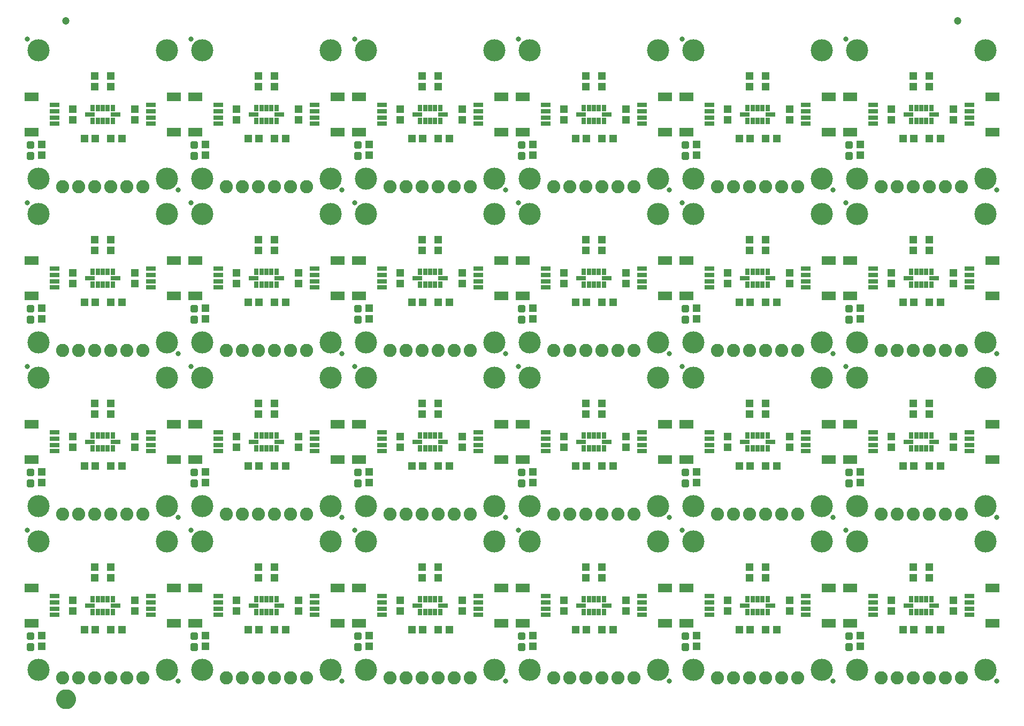
<source format=gts>
G04 EAGLE Gerber RS-274X export*
G75*
%MOMM*%
%FSLAX34Y34*%
%LPD*%
%INSoldermask Top*%
%IPPOS*%
%AMOC8*
5,1,8,0,0,1.08239X$1,22.5*%
G01*
%ADD10C,3.505200*%
%ADD11C,0.838200*%
%ADD12R,1.203200X1.303200*%
%ADD13R,2.203200X1.403200*%
%ADD14R,1.553200X0.803200*%
%ADD15R,1.303200X1.203200*%
%ADD16C,0.505344*%
%ADD17R,0.703200X1.103200*%
%ADD18R,1.603200X0.703200*%
%ADD19C,2.082800*%
%ADD20C,1.203200*%
%ADD21C,1.270000*%
%ADD22C,1.703200*%


D10*
X25400Y228600D03*
X228600Y228600D03*
D11*
X246380Y7620D03*
X7620Y246380D03*
D12*
X114300Y170570D03*
X114300Y187570D03*
X139700Y170570D03*
X139700Y187570D03*
D13*
X14050Y155000D03*
X14050Y99000D03*
D14*
X50800Y142000D03*
X50800Y132000D03*
X50800Y122000D03*
X50800Y112000D03*
D12*
X177800Y135500D03*
X177800Y118500D03*
D13*
X239950Y99000D03*
X239950Y155000D03*
D14*
X203200Y112000D03*
X203200Y122000D03*
X203200Y132000D03*
X203200Y142000D03*
D12*
X80010Y118500D03*
X80010Y135500D03*
D15*
X98180Y88900D03*
X115180Y88900D03*
X140090Y88900D03*
X157090Y88900D03*
D12*
X30480Y62620D03*
X30480Y79620D03*
D16*
X16190Y75130D02*
X9210Y75130D01*
X9210Y82110D01*
X16190Y82110D01*
X16190Y75130D01*
X16190Y79930D02*
X9210Y79930D01*
X9210Y57590D02*
X16190Y57590D01*
X9210Y57590D02*
X9210Y64570D01*
X16190Y64570D01*
X16190Y57590D01*
X16190Y62390D02*
X9210Y62390D01*
D17*
X143000Y117000D03*
X135000Y117000D03*
X127000Y117000D03*
X119000Y117000D03*
X111000Y117000D03*
D18*
X106500Y127000D03*
D17*
X111000Y137000D03*
X119000Y137000D03*
X127000Y137000D03*
X135000Y137000D03*
X143000Y137000D03*
D18*
X147500Y127000D03*
D19*
X63500Y12700D03*
X88900Y12700D03*
X114300Y12700D03*
X139700Y12700D03*
X165100Y12700D03*
X190500Y12700D03*
D10*
X25400Y25400D03*
X228600Y25400D03*
X284480Y228600D03*
X487680Y228600D03*
D11*
X505460Y7620D03*
X266700Y246380D03*
D12*
X373380Y170570D03*
X373380Y187570D03*
X398780Y170570D03*
X398780Y187570D03*
D13*
X273130Y155000D03*
X273130Y99000D03*
D14*
X309880Y142000D03*
X309880Y132000D03*
X309880Y122000D03*
X309880Y112000D03*
D12*
X436880Y135500D03*
X436880Y118500D03*
D13*
X499030Y99000D03*
X499030Y155000D03*
D14*
X462280Y112000D03*
X462280Y122000D03*
X462280Y132000D03*
X462280Y142000D03*
D12*
X339090Y118500D03*
X339090Y135500D03*
D15*
X357260Y88900D03*
X374260Y88900D03*
X399170Y88900D03*
X416170Y88900D03*
D12*
X289560Y62620D03*
X289560Y79620D03*
D16*
X275270Y75130D02*
X268290Y75130D01*
X268290Y82110D01*
X275270Y82110D01*
X275270Y75130D01*
X275270Y79930D02*
X268290Y79930D01*
X268290Y57590D02*
X275270Y57590D01*
X268290Y57590D02*
X268290Y64570D01*
X275270Y64570D01*
X275270Y57590D01*
X275270Y62390D02*
X268290Y62390D01*
D17*
X402080Y117000D03*
X394080Y117000D03*
X386080Y117000D03*
X378080Y117000D03*
X370080Y117000D03*
D18*
X365580Y127000D03*
D17*
X370080Y137000D03*
X378080Y137000D03*
X386080Y137000D03*
X394080Y137000D03*
X402080Y137000D03*
D18*
X406580Y127000D03*
D19*
X322580Y12700D03*
X347980Y12700D03*
X373380Y12700D03*
X398780Y12700D03*
X424180Y12700D03*
X449580Y12700D03*
D10*
X284480Y25400D03*
X487680Y25400D03*
X543560Y228600D03*
X746760Y228600D03*
D11*
X764540Y7620D03*
X525780Y246380D03*
D12*
X632460Y170570D03*
X632460Y187570D03*
X657860Y170570D03*
X657860Y187570D03*
D13*
X532210Y155000D03*
X532210Y99000D03*
D14*
X568960Y142000D03*
X568960Y132000D03*
X568960Y122000D03*
X568960Y112000D03*
D12*
X695960Y135500D03*
X695960Y118500D03*
D13*
X758110Y99000D03*
X758110Y155000D03*
D14*
X721360Y112000D03*
X721360Y122000D03*
X721360Y132000D03*
X721360Y142000D03*
D12*
X598170Y118500D03*
X598170Y135500D03*
D15*
X616340Y88900D03*
X633340Y88900D03*
X658250Y88900D03*
X675250Y88900D03*
D12*
X548640Y62620D03*
X548640Y79620D03*
D16*
X534350Y75130D02*
X527370Y75130D01*
X527370Y82110D01*
X534350Y82110D01*
X534350Y75130D01*
X534350Y79930D02*
X527370Y79930D01*
X527370Y57590D02*
X534350Y57590D01*
X527370Y57590D02*
X527370Y64570D01*
X534350Y64570D01*
X534350Y57590D01*
X534350Y62390D02*
X527370Y62390D01*
D17*
X661160Y117000D03*
X653160Y117000D03*
X645160Y117000D03*
X637160Y117000D03*
X629160Y117000D03*
D18*
X624660Y127000D03*
D17*
X629160Y137000D03*
X637160Y137000D03*
X645160Y137000D03*
X653160Y137000D03*
X661160Y137000D03*
D18*
X665660Y127000D03*
D19*
X581660Y12700D03*
X607060Y12700D03*
X632460Y12700D03*
X657860Y12700D03*
X683260Y12700D03*
X708660Y12700D03*
D10*
X543560Y25400D03*
X746760Y25400D03*
X802640Y228600D03*
X1005840Y228600D03*
D11*
X1023620Y7620D03*
X784860Y246380D03*
D12*
X891540Y170570D03*
X891540Y187570D03*
X916940Y170570D03*
X916940Y187570D03*
D13*
X791290Y155000D03*
X791290Y99000D03*
D14*
X828040Y142000D03*
X828040Y132000D03*
X828040Y122000D03*
X828040Y112000D03*
D12*
X955040Y135500D03*
X955040Y118500D03*
D13*
X1017190Y99000D03*
X1017190Y155000D03*
D14*
X980440Y112000D03*
X980440Y122000D03*
X980440Y132000D03*
X980440Y142000D03*
D12*
X857250Y118500D03*
X857250Y135500D03*
D15*
X875420Y88900D03*
X892420Y88900D03*
X917330Y88900D03*
X934330Y88900D03*
D12*
X807720Y62620D03*
X807720Y79620D03*
D16*
X793430Y75130D02*
X786450Y75130D01*
X786450Y82110D01*
X793430Y82110D01*
X793430Y75130D01*
X793430Y79930D02*
X786450Y79930D01*
X786450Y57590D02*
X793430Y57590D01*
X786450Y57590D02*
X786450Y64570D01*
X793430Y64570D01*
X793430Y57590D01*
X793430Y62390D02*
X786450Y62390D01*
D17*
X920240Y117000D03*
X912240Y117000D03*
X904240Y117000D03*
X896240Y117000D03*
X888240Y117000D03*
D18*
X883740Y127000D03*
D17*
X888240Y137000D03*
X896240Y137000D03*
X904240Y137000D03*
X912240Y137000D03*
X920240Y137000D03*
D18*
X924740Y127000D03*
D19*
X840740Y12700D03*
X866140Y12700D03*
X891540Y12700D03*
X916940Y12700D03*
X942340Y12700D03*
X967740Y12700D03*
D10*
X802640Y25400D03*
X1005840Y25400D03*
X1061720Y228600D03*
X1264920Y228600D03*
D11*
X1282700Y7620D03*
X1043940Y246380D03*
D12*
X1150620Y170570D03*
X1150620Y187570D03*
X1176020Y170570D03*
X1176020Y187570D03*
D13*
X1050370Y155000D03*
X1050370Y99000D03*
D14*
X1087120Y142000D03*
X1087120Y132000D03*
X1087120Y122000D03*
X1087120Y112000D03*
D12*
X1214120Y135500D03*
X1214120Y118500D03*
D13*
X1276270Y99000D03*
X1276270Y155000D03*
D14*
X1239520Y112000D03*
X1239520Y122000D03*
X1239520Y132000D03*
X1239520Y142000D03*
D12*
X1116330Y118500D03*
X1116330Y135500D03*
D15*
X1134500Y88900D03*
X1151500Y88900D03*
X1176410Y88900D03*
X1193410Y88900D03*
D12*
X1066800Y62620D03*
X1066800Y79620D03*
D16*
X1052510Y75130D02*
X1045530Y75130D01*
X1045530Y82110D01*
X1052510Y82110D01*
X1052510Y75130D01*
X1052510Y79930D02*
X1045530Y79930D01*
X1045530Y57590D02*
X1052510Y57590D01*
X1045530Y57590D02*
X1045530Y64570D01*
X1052510Y64570D01*
X1052510Y57590D01*
X1052510Y62390D02*
X1045530Y62390D01*
D17*
X1179320Y117000D03*
X1171320Y117000D03*
X1163320Y117000D03*
X1155320Y117000D03*
X1147320Y117000D03*
D18*
X1142820Y127000D03*
D17*
X1147320Y137000D03*
X1155320Y137000D03*
X1163320Y137000D03*
X1171320Y137000D03*
X1179320Y137000D03*
D18*
X1183820Y127000D03*
D19*
X1099820Y12700D03*
X1125220Y12700D03*
X1150620Y12700D03*
X1176020Y12700D03*
X1201420Y12700D03*
X1226820Y12700D03*
D10*
X1061720Y25400D03*
X1264920Y25400D03*
X1320800Y228600D03*
X1524000Y228600D03*
D11*
X1541780Y7620D03*
X1303020Y246380D03*
D12*
X1409700Y170570D03*
X1409700Y187570D03*
X1435100Y170570D03*
X1435100Y187570D03*
D13*
X1309450Y155000D03*
X1309450Y99000D03*
D14*
X1346200Y142000D03*
X1346200Y132000D03*
X1346200Y122000D03*
X1346200Y112000D03*
D12*
X1473200Y135500D03*
X1473200Y118500D03*
D13*
X1535350Y99000D03*
X1535350Y155000D03*
D14*
X1498600Y112000D03*
X1498600Y122000D03*
X1498600Y132000D03*
X1498600Y142000D03*
D12*
X1375410Y118500D03*
X1375410Y135500D03*
D15*
X1393580Y88900D03*
X1410580Y88900D03*
X1435490Y88900D03*
X1452490Y88900D03*
D12*
X1325880Y62620D03*
X1325880Y79620D03*
D16*
X1311590Y75130D02*
X1304610Y75130D01*
X1304610Y82110D01*
X1311590Y82110D01*
X1311590Y75130D01*
X1311590Y79930D02*
X1304610Y79930D01*
X1304610Y57590D02*
X1311590Y57590D01*
X1304610Y57590D02*
X1304610Y64570D01*
X1311590Y64570D01*
X1311590Y57590D01*
X1311590Y62390D02*
X1304610Y62390D01*
D17*
X1438400Y117000D03*
X1430400Y117000D03*
X1422400Y117000D03*
X1414400Y117000D03*
X1406400Y117000D03*
D18*
X1401900Y127000D03*
D17*
X1406400Y137000D03*
X1414400Y137000D03*
X1422400Y137000D03*
X1430400Y137000D03*
X1438400Y137000D03*
D18*
X1442900Y127000D03*
D19*
X1358900Y12700D03*
X1384300Y12700D03*
X1409700Y12700D03*
X1435100Y12700D03*
X1460500Y12700D03*
X1485900Y12700D03*
D10*
X1320800Y25400D03*
X1524000Y25400D03*
X25400Y487680D03*
X228600Y487680D03*
D11*
X246380Y266700D03*
X7620Y505460D03*
D12*
X114300Y429650D03*
X114300Y446650D03*
X139700Y429650D03*
X139700Y446650D03*
D13*
X14050Y414080D03*
X14050Y358080D03*
D14*
X50800Y401080D03*
X50800Y391080D03*
X50800Y381080D03*
X50800Y371080D03*
D12*
X177800Y394580D03*
X177800Y377580D03*
D13*
X239950Y358080D03*
X239950Y414080D03*
D14*
X203200Y371080D03*
X203200Y381080D03*
X203200Y391080D03*
X203200Y401080D03*
D12*
X80010Y377580D03*
X80010Y394580D03*
D15*
X98180Y347980D03*
X115180Y347980D03*
X140090Y347980D03*
X157090Y347980D03*
D12*
X30480Y321700D03*
X30480Y338700D03*
D16*
X16190Y334210D02*
X9210Y334210D01*
X9210Y341190D01*
X16190Y341190D01*
X16190Y334210D01*
X16190Y339010D02*
X9210Y339010D01*
X9210Y316670D02*
X16190Y316670D01*
X9210Y316670D02*
X9210Y323650D01*
X16190Y323650D01*
X16190Y316670D01*
X16190Y321470D02*
X9210Y321470D01*
D17*
X143000Y376080D03*
X135000Y376080D03*
X127000Y376080D03*
X119000Y376080D03*
X111000Y376080D03*
D18*
X106500Y386080D03*
D17*
X111000Y396080D03*
X119000Y396080D03*
X127000Y396080D03*
X135000Y396080D03*
X143000Y396080D03*
D18*
X147500Y386080D03*
D19*
X63500Y271780D03*
X88900Y271780D03*
X114300Y271780D03*
X139700Y271780D03*
X165100Y271780D03*
X190500Y271780D03*
D10*
X25400Y284480D03*
X228600Y284480D03*
X284480Y487680D03*
X487680Y487680D03*
D11*
X505460Y266700D03*
X266700Y505460D03*
D12*
X373380Y429650D03*
X373380Y446650D03*
X398780Y429650D03*
X398780Y446650D03*
D13*
X273130Y414080D03*
X273130Y358080D03*
D14*
X309880Y401080D03*
X309880Y391080D03*
X309880Y381080D03*
X309880Y371080D03*
D12*
X436880Y394580D03*
X436880Y377580D03*
D13*
X499030Y358080D03*
X499030Y414080D03*
D14*
X462280Y371080D03*
X462280Y381080D03*
X462280Y391080D03*
X462280Y401080D03*
D12*
X339090Y377580D03*
X339090Y394580D03*
D15*
X357260Y347980D03*
X374260Y347980D03*
X399170Y347980D03*
X416170Y347980D03*
D12*
X289560Y321700D03*
X289560Y338700D03*
D16*
X275270Y334210D02*
X268290Y334210D01*
X268290Y341190D01*
X275270Y341190D01*
X275270Y334210D01*
X275270Y339010D02*
X268290Y339010D01*
X268290Y316670D02*
X275270Y316670D01*
X268290Y316670D02*
X268290Y323650D01*
X275270Y323650D01*
X275270Y316670D01*
X275270Y321470D02*
X268290Y321470D01*
D17*
X402080Y376080D03*
X394080Y376080D03*
X386080Y376080D03*
X378080Y376080D03*
X370080Y376080D03*
D18*
X365580Y386080D03*
D17*
X370080Y396080D03*
X378080Y396080D03*
X386080Y396080D03*
X394080Y396080D03*
X402080Y396080D03*
D18*
X406580Y386080D03*
D19*
X322580Y271780D03*
X347980Y271780D03*
X373380Y271780D03*
X398780Y271780D03*
X424180Y271780D03*
X449580Y271780D03*
D10*
X284480Y284480D03*
X487680Y284480D03*
X543560Y487680D03*
X746760Y487680D03*
D11*
X764540Y266700D03*
X525780Y505460D03*
D12*
X632460Y429650D03*
X632460Y446650D03*
X657860Y429650D03*
X657860Y446650D03*
D13*
X532210Y414080D03*
X532210Y358080D03*
D14*
X568960Y401080D03*
X568960Y391080D03*
X568960Y381080D03*
X568960Y371080D03*
D12*
X695960Y394580D03*
X695960Y377580D03*
D13*
X758110Y358080D03*
X758110Y414080D03*
D14*
X721360Y371080D03*
X721360Y381080D03*
X721360Y391080D03*
X721360Y401080D03*
D12*
X598170Y377580D03*
X598170Y394580D03*
D15*
X616340Y347980D03*
X633340Y347980D03*
X658250Y347980D03*
X675250Y347980D03*
D12*
X548640Y321700D03*
X548640Y338700D03*
D16*
X534350Y334210D02*
X527370Y334210D01*
X527370Y341190D01*
X534350Y341190D01*
X534350Y334210D01*
X534350Y339010D02*
X527370Y339010D01*
X527370Y316670D02*
X534350Y316670D01*
X527370Y316670D02*
X527370Y323650D01*
X534350Y323650D01*
X534350Y316670D01*
X534350Y321470D02*
X527370Y321470D01*
D17*
X661160Y376080D03*
X653160Y376080D03*
X645160Y376080D03*
X637160Y376080D03*
X629160Y376080D03*
D18*
X624660Y386080D03*
D17*
X629160Y396080D03*
X637160Y396080D03*
X645160Y396080D03*
X653160Y396080D03*
X661160Y396080D03*
D18*
X665660Y386080D03*
D19*
X581660Y271780D03*
X607060Y271780D03*
X632460Y271780D03*
X657860Y271780D03*
X683260Y271780D03*
X708660Y271780D03*
D10*
X543560Y284480D03*
X746760Y284480D03*
X802640Y487680D03*
X1005840Y487680D03*
D11*
X1023620Y266700D03*
X784860Y505460D03*
D12*
X891540Y429650D03*
X891540Y446650D03*
X916940Y429650D03*
X916940Y446650D03*
D13*
X791290Y414080D03*
X791290Y358080D03*
D14*
X828040Y401080D03*
X828040Y391080D03*
X828040Y381080D03*
X828040Y371080D03*
D12*
X955040Y394580D03*
X955040Y377580D03*
D13*
X1017190Y358080D03*
X1017190Y414080D03*
D14*
X980440Y371080D03*
X980440Y381080D03*
X980440Y391080D03*
X980440Y401080D03*
D12*
X857250Y377580D03*
X857250Y394580D03*
D15*
X875420Y347980D03*
X892420Y347980D03*
X917330Y347980D03*
X934330Y347980D03*
D12*
X807720Y321700D03*
X807720Y338700D03*
D16*
X793430Y334210D02*
X786450Y334210D01*
X786450Y341190D01*
X793430Y341190D01*
X793430Y334210D01*
X793430Y339010D02*
X786450Y339010D01*
X786450Y316670D02*
X793430Y316670D01*
X786450Y316670D02*
X786450Y323650D01*
X793430Y323650D01*
X793430Y316670D01*
X793430Y321470D02*
X786450Y321470D01*
D17*
X920240Y376080D03*
X912240Y376080D03*
X904240Y376080D03*
X896240Y376080D03*
X888240Y376080D03*
D18*
X883740Y386080D03*
D17*
X888240Y396080D03*
X896240Y396080D03*
X904240Y396080D03*
X912240Y396080D03*
X920240Y396080D03*
D18*
X924740Y386080D03*
D19*
X840740Y271780D03*
X866140Y271780D03*
X891540Y271780D03*
X916940Y271780D03*
X942340Y271780D03*
X967740Y271780D03*
D10*
X802640Y284480D03*
X1005840Y284480D03*
X1061720Y487680D03*
X1264920Y487680D03*
D11*
X1282700Y266700D03*
X1043940Y505460D03*
D12*
X1150620Y429650D03*
X1150620Y446650D03*
X1176020Y429650D03*
X1176020Y446650D03*
D13*
X1050370Y414080D03*
X1050370Y358080D03*
D14*
X1087120Y401080D03*
X1087120Y391080D03*
X1087120Y381080D03*
X1087120Y371080D03*
D12*
X1214120Y394580D03*
X1214120Y377580D03*
D13*
X1276270Y358080D03*
X1276270Y414080D03*
D14*
X1239520Y371080D03*
X1239520Y381080D03*
X1239520Y391080D03*
X1239520Y401080D03*
D12*
X1116330Y377580D03*
X1116330Y394580D03*
D15*
X1134500Y347980D03*
X1151500Y347980D03*
X1176410Y347980D03*
X1193410Y347980D03*
D12*
X1066800Y321700D03*
X1066800Y338700D03*
D16*
X1052510Y334210D02*
X1045530Y334210D01*
X1045530Y341190D01*
X1052510Y341190D01*
X1052510Y334210D01*
X1052510Y339010D02*
X1045530Y339010D01*
X1045530Y316670D02*
X1052510Y316670D01*
X1045530Y316670D02*
X1045530Y323650D01*
X1052510Y323650D01*
X1052510Y316670D01*
X1052510Y321470D02*
X1045530Y321470D01*
D17*
X1179320Y376080D03*
X1171320Y376080D03*
X1163320Y376080D03*
X1155320Y376080D03*
X1147320Y376080D03*
D18*
X1142820Y386080D03*
D17*
X1147320Y396080D03*
X1155320Y396080D03*
X1163320Y396080D03*
X1171320Y396080D03*
X1179320Y396080D03*
D18*
X1183820Y386080D03*
D19*
X1099820Y271780D03*
X1125220Y271780D03*
X1150620Y271780D03*
X1176020Y271780D03*
X1201420Y271780D03*
X1226820Y271780D03*
D10*
X1061720Y284480D03*
X1264920Y284480D03*
X1320800Y487680D03*
X1524000Y487680D03*
D11*
X1541780Y266700D03*
X1303020Y505460D03*
D12*
X1409700Y429650D03*
X1409700Y446650D03*
X1435100Y429650D03*
X1435100Y446650D03*
D13*
X1309450Y414080D03*
X1309450Y358080D03*
D14*
X1346200Y401080D03*
X1346200Y391080D03*
X1346200Y381080D03*
X1346200Y371080D03*
D12*
X1473200Y394580D03*
X1473200Y377580D03*
D13*
X1535350Y358080D03*
X1535350Y414080D03*
D14*
X1498600Y371080D03*
X1498600Y381080D03*
X1498600Y391080D03*
X1498600Y401080D03*
D12*
X1375410Y377580D03*
X1375410Y394580D03*
D15*
X1393580Y347980D03*
X1410580Y347980D03*
X1435490Y347980D03*
X1452490Y347980D03*
D12*
X1325880Y321700D03*
X1325880Y338700D03*
D16*
X1311590Y334210D02*
X1304610Y334210D01*
X1304610Y341190D01*
X1311590Y341190D01*
X1311590Y334210D01*
X1311590Y339010D02*
X1304610Y339010D01*
X1304610Y316670D02*
X1311590Y316670D01*
X1304610Y316670D02*
X1304610Y323650D01*
X1311590Y323650D01*
X1311590Y316670D01*
X1311590Y321470D02*
X1304610Y321470D01*
D17*
X1438400Y376080D03*
X1430400Y376080D03*
X1422400Y376080D03*
X1414400Y376080D03*
X1406400Y376080D03*
D18*
X1401900Y386080D03*
D17*
X1406400Y396080D03*
X1414400Y396080D03*
X1422400Y396080D03*
X1430400Y396080D03*
X1438400Y396080D03*
D18*
X1442900Y386080D03*
D19*
X1358900Y271780D03*
X1384300Y271780D03*
X1409700Y271780D03*
X1435100Y271780D03*
X1460500Y271780D03*
X1485900Y271780D03*
D10*
X1320800Y284480D03*
X1524000Y284480D03*
X25400Y746760D03*
X228600Y746760D03*
D11*
X246380Y525780D03*
X7620Y764540D03*
D12*
X114300Y688730D03*
X114300Y705730D03*
X139700Y688730D03*
X139700Y705730D03*
D13*
X14050Y673160D03*
X14050Y617160D03*
D14*
X50800Y660160D03*
X50800Y650160D03*
X50800Y640160D03*
X50800Y630160D03*
D12*
X177800Y653660D03*
X177800Y636660D03*
D13*
X239950Y617160D03*
X239950Y673160D03*
D14*
X203200Y630160D03*
X203200Y640160D03*
X203200Y650160D03*
X203200Y660160D03*
D12*
X80010Y636660D03*
X80010Y653660D03*
D15*
X98180Y607060D03*
X115180Y607060D03*
X140090Y607060D03*
X157090Y607060D03*
D12*
X30480Y580780D03*
X30480Y597780D03*
D16*
X16190Y593290D02*
X9210Y593290D01*
X9210Y600270D01*
X16190Y600270D01*
X16190Y593290D01*
X16190Y598090D02*
X9210Y598090D01*
X9210Y575750D02*
X16190Y575750D01*
X9210Y575750D02*
X9210Y582730D01*
X16190Y582730D01*
X16190Y575750D01*
X16190Y580550D02*
X9210Y580550D01*
D17*
X143000Y635160D03*
X135000Y635160D03*
X127000Y635160D03*
X119000Y635160D03*
X111000Y635160D03*
D18*
X106500Y645160D03*
D17*
X111000Y655160D03*
X119000Y655160D03*
X127000Y655160D03*
X135000Y655160D03*
X143000Y655160D03*
D18*
X147500Y645160D03*
D19*
X63500Y530860D03*
X88900Y530860D03*
X114300Y530860D03*
X139700Y530860D03*
X165100Y530860D03*
X190500Y530860D03*
D10*
X25400Y543560D03*
X228600Y543560D03*
X284480Y746760D03*
X487680Y746760D03*
D11*
X505460Y525780D03*
X266700Y764540D03*
D12*
X373380Y688730D03*
X373380Y705730D03*
X398780Y688730D03*
X398780Y705730D03*
D13*
X273130Y673160D03*
X273130Y617160D03*
D14*
X309880Y660160D03*
X309880Y650160D03*
X309880Y640160D03*
X309880Y630160D03*
D12*
X436880Y653660D03*
X436880Y636660D03*
D13*
X499030Y617160D03*
X499030Y673160D03*
D14*
X462280Y630160D03*
X462280Y640160D03*
X462280Y650160D03*
X462280Y660160D03*
D12*
X339090Y636660D03*
X339090Y653660D03*
D15*
X357260Y607060D03*
X374260Y607060D03*
X399170Y607060D03*
X416170Y607060D03*
D12*
X289560Y580780D03*
X289560Y597780D03*
D16*
X275270Y593290D02*
X268290Y593290D01*
X268290Y600270D01*
X275270Y600270D01*
X275270Y593290D01*
X275270Y598090D02*
X268290Y598090D01*
X268290Y575750D02*
X275270Y575750D01*
X268290Y575750D02*
X268290Y582730D01*
X275270Y582730D01*
X275270Y575750D01*
X275270Y580550D02*
X268290Y580550D01*
D17*
X402080Y635160D03*
X394080Y635160D03*
X386080Y635160D03*
X378080Y635160D03*
X370080Y635160D03*
D18*
X365580Y645160D03*
D17*
X370080Y655160D03*
X378080Y655160D03*
X386080Y655160D03*
X394080Y655160D03*
X402080Y655160D03*
D18*
X406580Y645160D03*
D19*
X322580Y530860D03*
X347980Y530860D03*
X373380Y530860D03*
X398780Y530860D03*
X424180Y530860D03*
X449580Y530860D03*
D10*
X284480Y543560D03*
X487680Y543560D03*
X543560Y746760D03*
X746760Y746760D03*
D11*
X764540Y525780D03*
X525780Y764540D03*
D12*
X632460Y688730D03*
X632460Y705730D03*
X657860Y688730D03*
X657860Y705730D03*
D13*
X532210Y673160D03*
X532210Y617160D03*
D14*
X568960Y660160D03*
X568960Y650160D03*
X568960Y640160D03*
X568960Y630160D03*
D12*
X695960Y653660D03*
X695960Y636660D03*
D13*
X758110Y617160D03*
X758110Y673160D03*
D14*
X721360Y630160D03*
X721360Y640160D03*
X721360Y650160D03*
X721360Y660160D03*
D12*
X598170Y636660D03*
X598170Y653660D03*
D15*
X616340Y607060D03*
X633340Y607060D03*
X658250Y607060D03*
X675250Y607060D03*
D12*
X548640Y580780D03*
X548640Y597780D03*
D16*
X534350Y593290D02*
X527370Y593290D01*
X527370Y600270D01*
X534350Y600270D01*
X534350Y593290D01*
X534350Y598090D02*
X527370Y598090D01*
X527370Y575750D02*
X534350Y575750D01*
X527370Y575750D02*
X527370Y582730D01*
X534350Y582730D01*
X534350Y575750D01*
X534350Y580550D02*
X527370Y580550D01*
D17*
X661160Y635160D03*
X653160Y635160D03*
X645160Y635160D03*
X637160Y635160D03*
X629160Y635160D03*
D18*
X624660Y645160D03*
D17*
X629160Y655160D03*
X637160Y655160D03*
X645160Y655160D03*
X653160Y655160D03*
X661160Y655160D03*
D18*
X665660Y645160D03*
D19*
X581660Y530860D03*
X607060Y530860D03*
X632460Y530860D03*
X657860Y530860D03*
X683260Y530860D03*
X708660Y530860D03*
D10*
X543560Y543560D03*
X746760Y543560D03*
X802640Y746760D03*
X1005840Y746760D03*
D11*
X1023620Y525780D03*
X784860Y764540D03*
D12*
X891540Y688730D03*
X891540Y705730D03*
X916940Y688730D03*
X916940Y705730D03*
D13*
X791290Y673160D03*
X791290Y617160D03*
D14*
X828040Y660160D03*
X828040Y650160D03*
X828040Y640160D03*
X828040Y630160D03*
D12*
X955040Y653660D03*
X955040Y636660D03*
D13*
X1017190Y617160D03*
X1017190Y673160D03*
D14*
X980440Y630160D03*
X980440Y640160D03*
X980440Y650160D03*
X980440Y660160D03*
D12*
X857250Y636660D03*
X857250Y653660D03*
D15*
X875420Y607060D03*
X892420Y607060D03*
X917330Y607060D03*
X934330Y607060D03*
D12*
X807720Y580780D03*
X807720Y597780D03*
D16*
X793430Y593290D02*
X786450Y593290D01*
X786450Y600270D01*
X793430Y600270D01*
X793430Y593290D01*
X793430Y598090D02*
X786450Y598090D01*
X786450Y575750D02*
X793430Y575750D01*
X786450Y575750D02*
X786450Y582730D01*
X793430Y582730D01*
X793430Y575750D01*
X793430Y580550D02*
X786450Y580550D01*
D17*
X920240Y635160D03*
X912240Y635160D03*
X904240Y635160D03*
X896240Y635160D03*
X888240Y635160D03*
D18*
X883740Y645160D03*
D17*
X888240Y655160D03*
X896240Y655160D03*
X904240Y655160D03*
X912240Y655160D03*
X920240Y655160D03*
D18*
X924740Y645160D03*
D19*
X840740Y530860D03*
X866140Y530860D03*
X891540Y530860D03*
X916940Y530860D03*
X942340Y530860D03*
X967740Y530860D03*
D10*
X802640Y543560D03*
X1005840Y543560D03*
X1061720Y746760D03*
X1264920Y746760D03*
D11*
X1282700Y525780D03*
X1043940Y764540D03*
D12*
X1150620Y688730D03*
X1150620Y705730D03*
X1176020Y688730D03*
X1176020Y705730D03*
D13*
X1050370Y673160D03*
X1050370Y617160D03*
D14*
X1087120Y660160D03*
X1087120Y650160D03*
X1087120Y640160D03*
X1087120Y630160D03*
D12*
X1214120Y653660D03*
X1214120Y636660D03*
D13*
X1276270Y617160D03*
X1276270Y673160D03*
D14*
X1239520Y630160D03*
X1239520Y640160D03*
X1239520Y650160D03*
X1239520Y660160D03*
D12*
X1116330Y636660D03*
X1116330Y653660D03*
D15*
X1134500Y607060D03*
X1151500Y607060D03*
X1176410Y607060D03*
X1193410Y607060D03*
D12*
X1066800Y580780D03*
X1066800Y597780D03*
D16*
X1052510Y593290D02*
X1045530Y593290D01*
X1045530Y600270D01*
X1052510Y600270D01*
X1052510Y593290D01*
X1052510Y598090D02*
X1045530Y598090D01*
X1045530Y575750D02*
X1052510Y575750D01*
X1045530Y575750D02*
X1045530Y582730D01*
X1052510Y582730D01*
X1052510Y575750D01*
X1052510Y580550D02*
X1045530Y580550D01*
D17*
X1179320Y635160D03*
X1171320Y635160D03*
X1163320Y635160D03*
X1155320Y635160D03*
X1147320Y635160D03*
D18*
X1142820Y645160D03*
D17*
X1147320Y655160D03*
X1155320Y655160D03*
X1163320Y655160D03*
X1171320Y655160D03*
X1179320Y655160D03*
D18*
X1183820Y645160D03*
D19*
X1099820Y530860D03*
X1125220Y530860D03*
X1150620Y530860D03*
X1176020Y530860D03*
X1201420Y530860D03*
X1226820Y530860D03*
D10*
X1061720Y543560D03*
X1264920Y543560D03*
X1320800Y746760D03*
X1524000Y746760D03*
D11*
X1541780Y525780D03*
X1303020Y764540D03*
D12*
X1409700Y688730D03*
X1409700Y705730D03*
X1435100Y688730D03*
X1435100Y705730D03*
D13*
X1309450Y673160D03*
X1309450Y617160D03*
D14*
X1346200Y660160D03*
X1346200Y650160D03*
X1346200Y640160D03*
X1346200Y630160D03*
D12*
X1473200Y653660D03*
X1473200Y636660D03*
D13*
X1535350Y617160D03*
X1535350Y673160D03*
D14*
X1498600Y630160D03*
X1498600Y640160D03*
X1498600Y650160D03*
X1498600Y660160D03*
D12*
X1375410Y636660D03*
X1375410Y653660D03*
D15*
X1393580Y607060D03*
X1410580Y607060D03*
X1435490Y607060D03*
X1452490Y607060D03*
D12*
X1325880Y580780D03*
X1325880Y597780D03*
D16*
X1311590Y593290D02*
X1304610Y593290D01*
X1304610Y600270D01*
X1311590Y600270D01*
X1311590Y593290D01*
X1311590Y598090D02*
X1304610Y598090D01*
X1304610Y575750D02*
X1311590Y575750D01*
X1304610Y575750D02*
X1304610Y582730D01*
X1311590Y582730D01*
X1311590Y575750D01*
X1311590Y580550D02*
X1304610Y580550D01*
D17*
X1438400Y635160D03*
X1430400Y635160D03*
X1422400Y635160D03*
X1414400Y635160D03*
X1406400Y635160D03*
D18*
X1401900Y645160D03*
D17*
X1406400Y655160D03*
X1414400Y655160D03*
X1422400Y655160D03*
X1430400Y655160D03*
X1438400Y655160D03*
D18*
X1442900Y645160D03*
D19*
X1358900Y530860D03*
X1384300Y530860D03*
X1409700Y530860D03*
X1435100Y530860D03*
X1460500Y530860D03*
X1485900Y530860D03*
D10*
X1320800Y543560D03*
X1524000Y543560D03*
X25400Y1005840D03*
X228600Y1005840D03*
D11*
X246380Y784860D03*
X7620Y1023620D03*
D12*
X114300Y947810D03*
X114300Y964810D03*
X139700Y947810D03*
X139700Y964810D03*
D13*
X14050Y932240D03*
X14050Y876240D03*
D14*
X50800Y919240D03*
X50800Y909240D03*
X50800Y899240D03*
X50800Y889240D03*
D12*
X177800Y912740D03*
X177800Y895740D03*
D13*
X239950Y876240D03*
X239950Y932240D03*
D14*
X203200Y889240D03*
X203200Y899240D03*
X203200Y909240D03*
X203200Y919240D03*
D12*
X80010Y895740D03*
X80010Y912740D03*
D15*
X98180Y866140D03*
X115180Y866140D03*
X140090Y866140D03*
X157090Y866140D03*
D12*
X30480Y839860D03*
X30480Y856860D03*
D16*
X16190Y852370D02*
X9210Y852370D01*
X9210Y859350D01*
X16190Y859350D01*
X16190Y852370D01*
X16190Y857170D02*
X9210Y857170D01*
X9210Y834830D02*
X16190Y834830D01*
X9210Y834830D02*
X9210Y841810D01*
X16190Y841810D01*
X16190Y834830D01*
X16190Y839630D02*
X9210Y839630D01*
D17*
X143000Y894240D03*
X135000Y894240D03*
X127000Y894240D03*
X119000Y894240D03*
X111000Y894240D03*
D18*
X106500Y904240D03*
D17*
X111000Y914240D03*
X119000Y914240D03*
X127000Y914240D03*
X135000Y914240D03*
X143000Y914240D03*
D18*
X147500Y904240D03*
D19*
X63500Y789940D03*
X88900Y789940D03*
X114300Y789940D03*
X139700Y789940D03*
X165100Y789940D03*
X190500Y789940D03*
D10*
X25400Y802640D03*
X228600Y802640D03*
X284480Y1005840D03*
X487680Y1005840D03*
D11*
X505460Y784860D03*
X266700Y1023620D03*
D12*
X373380Y947810D03*
X373380Y964810D03*
X398780Y947810D03*
X398780Y964810D03*
D13*
X273130Y932240D03*
X273130Y876240D03*
D14*
X309880Y919240D03*
X309880Y909240D03*
X309880Y899240D03*
X309880Y889240D03*
D12*
X436880Y912740D03*
X436880Y895740D03*
D13*
X499030Y876240D03*
X499030Y932240D03*
D14*
X462280Y889240D03*
X462280Y899240D03*
X462280Y909240D03*
X462280Y919240D03*
D12*
X339090Y895740D03*
X339090Y912740D03*
D15*
X357260Y866140D03*
X374260Y866140D03*
X399170Y866140D03*
X416170Y866140D03*
D12*
X289560Y839860D03*
X289560Y856860D03*
D16*
X275270Y852370D02*
X268290Y852370D01*
X268290Y859350D01*
X275270Y859350D01*
X275270Y852370D01*
X275270Y857170D02*
X268290Y857170D01*
X268290Y834830D02*
X275270Y834830D01*
X268290Y834830D02*
X268290Y841810D01*
X275270Y841810D01*
X275270Y834830D01*
X275270Y839630D02*
X268290Y839630D01*
D17*
X402080Y894240D03*
X394080Y894240D03*
X386080Y894240D03*
X378080Y894240D03*
X370080Y894240D03*
D18*
X365580Y904240D03*
D17*
X370080Y914240D03*
X378080Y914240D03*
X386080Y914240D03*
X394080Y914240D03*
X402080Y914240D03*
D18*
X406580Y904240D03*
D19*
X322580Y789940D03*
X347980Y789940D03*
X373380Y789940D03*
X398780Y789940D03*
X424180Y789940D03*
X449580Y789940D03*
D10*
X284480Y802640D03*
X487680Y802640D03*
X543560Y1005840D03*
X746760Y1005840D03*
D11*
X764540Y784860D03*
X525780Y1023620D03*
D12*
X632460Y947810D03*
X632460Y964810D03*
X657860Y947810D03*
X657860Y964810D03*
D13*
X532210Y932240D03*
X532210Y876240D03*
D14*
X568960Y919240D03*
X568960Y909240D03*
X568960Y899240D03*
X568960Y889240D03*
D12*
X695960Y912740D03*
X695960Y895740D03*
D13*
X758110Y876240D03*
X758110Y932240D03*
D14*
X721360Y889240D03*
X721360Y899240D03*
X721360Y909240D03*
X721360Y919240D03*
D12*
X598170Y895740D03*
X598170Y912740D03*
D15*
X616340Y866140D03*
X633340Y866140D03*
X658250Y866140D03*
X675250Y866140D03*
D12*
X548640Y839860D03*
X548640Y856860D03*
D16*
X534350Y852370D02*
X527370Y852370D01*
X527370Y859350D01*
X534350Y859350D01*
X534350Y852370D01*
X534350Y857170D02*
X527370Y857170D01*
X527370Y834830D02*
X534350Y834830D01*
X527370Y834830D02*
X527370Y841810D01*
X534350Y841810D01*
X534350Y834830D01*
X534350Y839630D02*
X527370Y839630D01*
D17*
X661160Y894240D03*
X653160Y894240D03*
X645160Y894240D03*
X637160Y894240D03*
X629160Y894240D03*
D18*
X624660Y904240D03*
D17*
X629160Y914240D03*
X637160Y914240D03*
X645160Y914240D03*
X653160Y914240D03*
X661160Y914240D03*
D18*
X665660Y904240D03*
D19*
X581660Y789940D03*
X607060Y789940D03*
X632460Y789940D03*
X657860Y789940D03*
X683260Y789940D03*
X708660Y789940D03*
D10*
X543560Y802640D03*
X746760Y802640D03*
X802640Y1005840D03*
X1005840Y1005840D03*
D11*
X1023620Y784860D03*
X784860Y1023620D03*
D12*
X891540Y947810D03*
X891540Y964810D03*
X916940Y947810D03*
X916940Y964810D03*
D13*
X791290Y932240D03*
X791290Y876240D03*
D14*
X828040Y919240D03*
X828040Y909240D03*
X828040Y899240D03*
X828040Y889240D03*
D12*
X955040Y912740D03*
X955040Y895740D03*
D13*
X1017190Y876240D03*
X1017190Y932240D03*
D14*
X980440Y889240D03*
X980440Y899240D03*
X980440Y909240D03*
X980440Y919240D03*
D12*
X857250Y895740D03*
X857250Y912740D03*
D15*
X875420Y866140D03*
X892420Y866140D03*
X917330Y866140D03*
X934330Y866140D03*
D12*
X807720Y839860D03*
X807720Y856860D03*
D16*
X793430Y852370D02*
X786450Y852370D01*
X786450Y859350D01*
X793430Y859350D01*
X793430Y852370D01*
X793430Y857170D02*
X786450Y857170D01*
X786450Y834830D02*
X793430Y834830D01*
X786450Y834830D02*
X786450Y841810D01*
X793430Y841810D01*
X793430Y834830D01*
X793430Y839630D02*
X786450Y839630D01*
D17*
X920240Y894240D03*
X912240Y894240D03*
X904240Y894240D03*
X896240Y894240D03*
X888240Y894240D03*
D18*
X883740Y904240D03*
D17*
X888240Y914240D03*
X896240Y914240D03*
X904240Y914240D03*
X912240Y914240D03*
X920240Y914240D03*
D18*
X924740Y904240D03*
D19*
X840740Y789940D03*
X866140Y789940D03*
X891540Y789940D03*
X916940Y789940D03*
X942340Y789940D03*
X967740Y789940D03*
D10*
X802640Y802640D03*
X1005840Y802640D03*
X1061720Y1005840D03*
X1264920Y1005840D03*
D11*
X1282700Y784860D03*
X1043940Y1023620D03*
D12*
X1150620Y947810D03*
X1150620Y964810D03*
X1176020Y947810D03*
X1176020Y964810D03*
D13*
X1050370Y932240D03*
X1050370Y876240D03*
D14*
X1087120Y919240D03*
X1087120Y909240D03*
X1087120Y899240D03*
X1087120Y889240D03*
D12*
X1214120Y912740D03*
X1214120Y895740D03*
D13*
X1276270Y876240D03*
X1276270Y932240D03*
D14*
X1239520Y889240D03*
X1239520Y899240D03*
X1239520Y909240D03*
X1239520Y919240D03*
D12*
X1116330Y895740D03*
X1116330Y912740D03*
D15*
X1134500Y866140D03*
X1151500Y866140D03*
X1176410Y866140D03*
X1193410Y866140D03*
D12*
X1066800Y839860D03*
X1066800Y856860D03*
D16*
X1052510Y852370D02*
X1045530Y852370D01*
X1045530Y859350D01*
X1052510Y859350D01*
X1052510Y852370D01*
X1052510Y857170D02*
X1045530Y857170D01*
X1045530Y834830D02*
X1052510Y834830D01*
X1045530Y834830D02*
X1045530Y841810D01*
X1052510Y841810D01*
X1052510Y834830D01*
X1052510Y839630D02*
X1045530Y839630D01*
D17*
X1179320Y894240D03*
X1171320Y894240D03*
X1163320Y894240D03*
X1155320Y894240D03*
X1147320Y894240D03*
D18*
X1142820Y904240D03*
D17*
X1147320Y914240D03*
X1155320Y914240D03*
X1163320Y914240D03*
X1171320Y914240D03*
X1179320Y914240D03*
D18*
X1183820Y904240D03*
D19*
X1099820Y789940D03*
X1125220Y789940D03*
X1150620Y789940D03*
X1176020Y789940D03*
X1201420Y789940D03*
X1226820Y789940D03*
D10*
X1061720Y802640D03*
X1264920Y802640D03*
X1320800Y1005840D03*
X1524000Y1005840D03*
D11*
X1541780Y784860D03*
X1303020Y1023620D03*
D12*
X1409700Y947810D03*
X1409700Y964810D03*
X1435100Y947810D03*
X1435100Y964810D03*
D13*
X1309450Y932240D03*
X1309450Y876240D03*
D14*
X1346200Y919240D03*
X1346200Y909240D03*
X1346200Y899240D03*
X1346200Y889240D03*
D12*
X1473200Y912740D03*
X1473200Y895740D03*
D13*
X1535350Y876240D03*
X1535350Y932240D03*
D14*
X1498600Y889240D03*
X1498600Y899240D03*
X1498600Y909240D03*
X1498600Y919240D03*
D12*
X1375410Y895740D03*
X1375410Y912740D03*
D15*
X1393580Y866140D03*
X1410580Y866140D03*
X1435490Y866140D03*
X1452490Y866140D03*
D12*
X1325880Y839860D03*
X1325880Y856860D03*
D16*
X1311590Y852370D02*
X1304610Y852370D01*
X1304610Y859350D01*
X1311590Y859350D01*
X1311590Y852370D01*
X1311590Y857170D02*
X1304610Y857170D01*
X1304610Y834830D02*
X1311590Y834830D01*
X1304610Y834830D02*
X1304610Y841810D01*
X1311590Y841810D01*
X1311590Y834830D01*
X1311590Y839630D02*
X1304610Y839630D01*
D17*
X1438400Y894240D03*
X1430400Y894240D03*
X1422400Y894240D03*
X1414400Y894240D03*
X1406400Y894240D03*
D18*
X1401900Y904240D03*
D17*
X1406400Y914240D03*
X1414400Y914240D03*
X1422400Y914240D03*
X1430400Y914240D03*
X1438400Y914240D03*
D18*
X1442900Y904240D03*
D19*
X1358900Y789940D03*
X1384300Y789940D03*
X1409700Y789940D03*
X1435100Y789940D03*
X1460500Y789940D03*
X1485900Y789940D03*
D10*
X1320800Y802640D03*
X1524000Y802640D03*
D20*
X68580Y1052195D03*
X1480185Y1052195D03*
D21*
X59525Y-20955D02*
X59528Y-20733D01*
X59536Y-20511D01*
X59550Y-20289D01*
X59569Y-20067D01*
X59593Y-19847D01*
X59623Y-19626D01*
X59658Y-19407D01*
X59699Y-19188D01*
X59745Y-18971D01*
X59796Y-18755D01*
X59853Y-18540D01*
X59915Y-18326D01*
X59982Y-18115D01*
X60054Y-17904D01*
X60132Y-17696D01*
X60214Y-17490D01*
X60302Y-17286D01*
X60394Y-17083D01*
X60492Y-16884D01*
X60594Y-16687D01*
X60701Y-16492D01*
X60813Y-16300D01*
X60930Y-16111D01*
X61051Y-15924D01*
X61177Y-15741D01*
X61307Y-15561D01*
X61442Y-15384D01*
X61580Y-15211D01*
X61723Y-15041D01*
X61871Y-14874D01*
X62022Y-14711D01*
X62177Y-14552D01*
X62336Y-14397D01*
X62499Y-14246D01*
X62666Y-14098D01*
X62836Y-13955D01*
X63009Y-13817D01*
X63186Y-13682D01*
X63366Y-13552D01*
X63549Y-13426D01*
X63736Y-13305D01*
X63925Y-13188D01*
X64117Y-13076D01*
X64312Y-12969D01*
X64509Y-12867D01*
X64708Y-12769D01*
X64911Y-12677D01*
X65115Y-12589D01*
X65321Y-12507D01*
X65529Y-12429D01*
X65740Y-12357D01*
X65951Y-12290D01*
X66165Y-12228D01*
X66380Y-12171D01*
X66596Y-12120D01*
X66813Y-12074D01*
X67032Y-12033D01*
X67251Y-11998D01*
X67472Y-11968D01*
X67692Y-11944D01*
X67914Y-11925D01*
X68136Y-11911D01*
X68358Y-11903D01*
X68580Y-11900D01*
X68802Y-11903D01*
X69024Y-11911D01*
X69246Y-11925D01*
X69468Y-11944D01*
X69688Y-11968D01*
X69909Y-11998D01*
X70128Y-12033D01*
X70347Y-12074D01*
X70564Y-12120D01*
X70780Y-12171D01*
X70995Y-12228D01*
X71209Y-12290D01*
X71420Y-12357D01*
X71631Y-12429D01*
X71839Y-12507D01*
X72045Y-12589D01*
X72249Y-12677D01*
X72452Y-12769D01*
X72651Y-12867D01*
X72848Y-12969D01*
X73043Y-13076D01*
X73235Y-13188D01*
X73424Y-13305D01*
X73611Y-13426D01*
X73794Y-13552D01*
X73974Y-13682D01*
X74151Y-13817D01*
X74324Y-13955D01*
X74494Y-14098D01*
X74661Y-14246D01*
X74824Y-14397D01*
X74983Y-14552D01*
X75138Y-14711D01*
X75289Y-14874D01*
X75437Y-15041D01*
X75580Y-15211D01*
X75718Y-15384D01*
X75853Y-15561D01*
X75983Y-15741D01*
X76109Y-15924D01*
X76230Y-16111D01*
X76347Y-16300D01*
X76459Y-16492D01*
X76566Y-16687D01*
X76668Y-16884D01*
X76766Y-17083D01*
X76858Y-17286D01*
X76946Y-17490D01*
X77028Y-17696D01*
X77106Y-17904D01*
X77178Y-18115D01*
X77245Y-18326D01*
X77307Y-18540D01*
X77364Y-18755D01*
X77415Y-18971D01*
X77461Y-19188D01*
X77502Y-19407D01*
X77537Y-19626D01*
X77567Y-19847D01*
X77591Y-20067D01*
X77610Y-20289D01*
X77624Y-20511D01*
X77632Y-20733D01*
X77635Y-20955D01*
X77632Y-21177D01*
X77624Y-21399D01*
X77610Y-21621D01*
X77591Y-21843D01*
X77567Y-22063D01*
X77537Y-22284D01*
X77502Y-22503D01*
X77461Y-22722D01*
X77415Y-22939D01*
X77364Y-23155D01*
X77307Y-23370D01*
X77245Y-23584D01*
X77178Y-23795D01*
X77106Y-24006D01*
X77028Y-24214D01*
X76946Y-24420D01*
X76858Y-24624D01*
X76766Y-24827D01*
X76668Y-25026D01*
X76566Y-25223D01*
X76459Y-25418D01*
X76347Y-25610D01*
X76230Y-25799D01*
X76109Y-25986D01*
X75983Y-26169D01*
X75853Y-26349D01*
X75718Y-26526D01*
X75580Y-26699D01*
X75437Y-26869D01*
X75289Y-27036D01*
X75138Y-27199D01*
X74983Y-27358D01*
X74824Y-27513D01*
X74661Y-27664D01*
X74494Y-27812D01*
X74324Y-27955D01*
X74151Y-28093D01*
X73974Y-28228D01*
X73794Y-28358D01*
X73611Y-28484D01*
X73424Y-28605D01*
X73235Y-28722D01*
X73043Y-28834D01*
X72848Y-28941D01*
X72651Y-29043D01*
X72452Y-29141D01*
X72249Y-29233D01*
X72045Y-29321D01*
X71839Y-29403D01*
X71631Y-29481D01*
X71420Y-29553D01*
X71209Y-29620D01*
X70995Y-29682D01*
X70780Y-29739D01*
X70564Y-29790D01*
X70347Y-29836D01*
X70128Y-29877D01*
X69909Y-29912D01*
X69688Y-29942D01*
X69468Y-29966D01*
X69246Y-29985D01*
X69024Y-29999D01*
X68802Y-30007D01*
X68580Y-30010D01*
X68358Y-30007D01*
X68136Y-29999D01*
X67914Y-29985D01*
X67692Y-29966D01*
X67472Y-29942D01*
X67251Y-29912D01*
X67032Y-29877D01*
X66813Y-29836D01*
X66596Y-29790D01*
X66380Y-29739D01*
X66165Y-29682D01*
X65951Y-29620D01*
X65740Y-29553D01*
X65529Y-29481D01*
X65321Y-29403D01*
X65115Y-29321D01*
X64911Y-29233D01*
X64708Y-29141D01*
X64509Y-29043D01*
X64312Y-28941D01*
X64117Y-28834D01*
X63925Y-28722D01*
X63736Y-28605D01*
X63549Y-28484D01*
X63366Y-28358D01*
X63186Y-28228D01*
X63009Y-28093D01*
X62836Y-27955D01*
X62666Y-27812D01*
X62499Y-27664D01*
X62336Y-27513D01*
X62177Y-27358D01*
X62022Y-27199D01*
X61871Y-27036D01*
X61723Y-26869D01*
X61580Y-26699D01*
X61442Y-26526D01*
X61307Y-26349D01*
X61177Y-26169D01*
X61051Y-25986D01*
X60930Y-25799D01*
X60813Y-25610D01*
X60701Y-25418D01*
X60594Y-25223D01*
X60492Y-25026D01*
X60394Y-24827D01*
X60302Y-24624D01*
X60214Y-24420D01*
X60132Y-24214D01*
X60054Y-24006D01*
X59982Y-23795D01*
X59915Y-23584D01*
X59853Y-23370D01*
X59796Y-23155D01*
X59745Y-22939D01*
X59699Y-22722D01*
X59658Y-22503D01*
X59623Y-22284D01*
X59593Y-22063D01*
X59569Y-21843D01*
X59550Y-21621D01*
X59536Y-21399D01*
X59528Y-21177D01*
X59525Y-20955D01*
D22*
X68580Y-20955D03*
M02*

</source>
